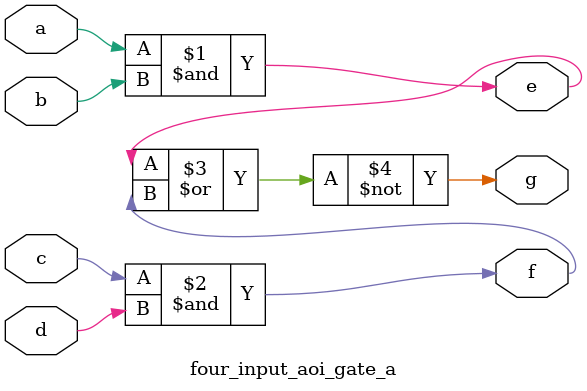
<source format=v>
`timescale 1ns / 1ps

module four_input_aoi_gate_a(
    input a,b,c,d, output e,f,g
    );
    assign e = a&b;
    assign f = c&d;
    assign g = ~(e|f);
endmodule

</source>
